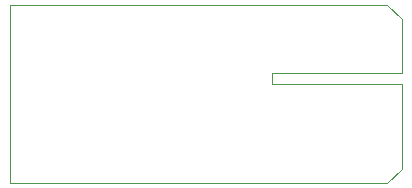
<source format=gm1>
G04*
G04 #@! TF.GenerationSoftware,Altium Limited,Altium Designer,20.0.13 (296)*
G04*
G04 Layer_Color=16711935*
%FSLAX23Y23*%
%MOIN*%
G70*
G01*
G75*
%ADD19C,0.004*%
%ADD20C,0.001*%
D19*
X3194Y3424D02*
X3293Y3424D01*
X3193Y3423D02*
X3194Y3424D01*
X2365Y3423D02*
X3193Y3423D01*
X2365Y3423D02*
X2365Y4016D01*
X3193Y4016D01*
X3194Y4016D01*
X3293Y4016D01*
X3620Y3424D02*
X3670Y3470D01*
X3670Y3752D01*
X3620Y4016D02*
X3670Y3970D01*
X3670Y3788D02*
X3670Y3970D01*
X3293Y3424D02*
X3620Y3424D01*
X3293Y4016D02*
X3620Y4016D01*
D20*
X3238Y3752D02*
X3238Y3788D01*
X3238Y3752D02*
X3670Y3752D01*
X3238Y3788D02*
X3670Y3788D01*
M02*

</source>
